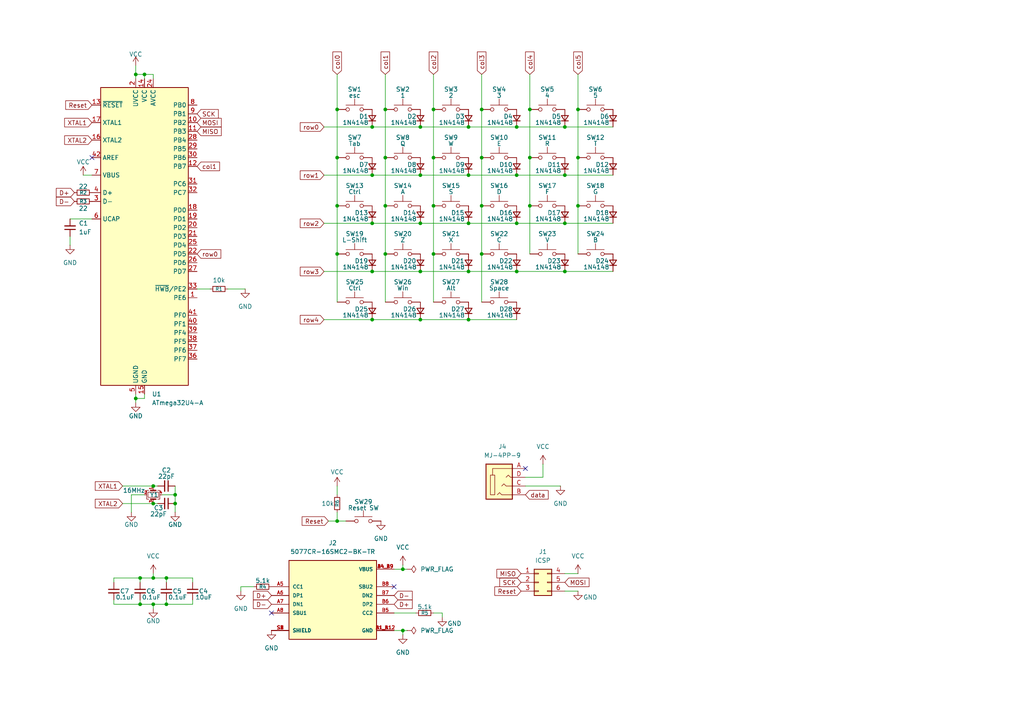
<source format=kicad_sch>
(kicad_sch (version 20250114) (generator "eeschema") (generator_version "9.0")
  (paper "A4")
  (lib_symbols
    (symbol "5077CR-16SMC2-BK-TR:5077CR-16SMC2-BK-TR" (pin_names (offset 1.016))
      (property "Reference" "J" (at -12.7 10.922 0))
      (property "Value" "5077CR-16SMC2-BK-TR" (at -12.7 -15.24 0))
      (symbol "5077CR-16SMC2-BK-TR_0_0"
        (rectangle (start -12.7 -12.7) (end 12.7 10.16) (stroke (width 0.254)) (fill (type background)))
        (pin passive line (at -17.78 2.54 0) (length 5.08) (name "CC1") (number "A5"))
        (pin passive line (at -17.78 0 0) (length 5.08) (name "DP1") (number "A6"))
        (pin passive line (at -17.78 -2.54 0) (length 5.08) (name "DN1") (number "A7"))
        (pin passive line (at -17.78 -5.08 0) (length 5.08) (name "SBU1") (number "A8"))
        (pin passive line (at -17.78 -10.16 0) (length 5.08) (name "SHIELD") (number "S1"))
        (pin passive line (at -17.78 -10.16 0) (length 5.08) (name "SHIELD") (number "S2"))
        (pin passive line (at -17.78 -10.16 0) (length 5.08) (name "SHIELD") (number "S3"))
        (pin passive line (at -17.78 -10.16 0) (length 5.08) (name "SHIELD") (number "S4"))
        (pin power_in line (at 17.78 7.62 180) (length 5.08) (name "VBUS") (number "A4_B9"))
        (pin power_in line (at 17.78 7.62 180) (length 5.08) (name "VBUS") (number "B4_A9"))
        (pin passive line (at 17.78 2.54 180) (length 5.08) (name "SBU2") (number "B8"))
        (pin passive line (at 17.78 0 180) (length 5.08) (name "DN2") (number "B7"))
        (pin passive line (at 17.78 -2.54 180) (length 5.08) (name "DP2") (number "B6"))
        (pin passive line (at 17.78 -5.08 180) (length 5.08) (name "CC2") (number "B5"))
        (pin power_in line (at 17.78 -10.16 180) (length 5.08) (name "GND") (number "A1_B12"))
        (pin power_in line (at 17.78 -10.16 180) (length 5.08) (name "GND") (number "B1_A12"))
      )
    )
    (symbol "Connector_Generic:Conn_02x03_Top_Bottom" (pin_names (offset 1.016) (hide yes))
      (property "Reference" "J" (at 1.27 5.08 0))
      (property "Value" "Conn_02x03_Top_Bottom" (at 1.27 -5.08 0))
      (symbol "Conn_02x03_Top_Bottom_1_1"
        (rectangle (start -1.27 3.81) (end 3.81 -3.81) (stroke (width 0.254)) (fill (type background)))
        (rectangle (start -1.27 2.667) (end 0 2.413) (stroke (width 0.1524)))
        (rectangle (start -1.27 0.127) (end 0 -0.127) (stroke (width 0.1524)))
        (rectangle (start -1.27 -2.413) (end 0 -2.667) (stroke (width 0.1524)))
        (rectangle (start 3.81 2.667) (end 2.54 2.413) (stroke (width 0.1524)))
        (rectangle (start 3.81 0.127) (end 2.54 -0.127) (stroke (width 0.1524)))
        (rectangle (start 3.81 -2.413) (end 2.54 -2.667) (stroke (width 0.1524)))
        (pin passive line (at -5.08 2.54 0) (length 3.81) (name "Pin_1") (number "1"))
        (pin passive line (at -5.08 0 0) (length 3.81) (name "Pin_2") (number "2"))
        (pin passive line (at -5.08 -2.54 0) (length 3.81) (name "Pin_3") (number "3"))
        (pin passive line (at 7.62 2.54 180) (length 3.81) (name "Pin_4") (number "4"))
        (pin passive line (at 7.62 0 180) (length 3.81) (name "Pin_5") (number "5"))
        (pin passive line (at 7.62 -2.54 180) (length 3.81) (name "Pin_6") (number "6"))
      )
    )
    (symbol "Device:C_Small" (pin_numbers (hide yes)) (pin_names (offset 0.254) (hide yes))
      (property "Reference" "C" (at 0.254 1.778 0))
      (property "Value" "C_Small" (at 0.254 -2.032 0))
      (symbol "C_Small_0_1"
        (polyline (pts (xy -1.524 0.508) (xy 1.524 0.508)) (stroke (width 0.3048)))
        (polyline (pts (xy -1.524 -0.508) (xy 1.524 -0.508)) (stroke (width 0.3302)))
      )
      (symbol "C_Small_1_1"
        (pin passive line (at 0 2.54 270) (length 2.032) (name "~") (number "1"))
        (pin passive line (at 0 -2.54 90) (length 2.032) (name "~") (number "2"))
      )
    )
    (symbol "Device:Crystal_GND24_Small" (pin_names (offset 1.016) (hide yes))
      (property "Reference" "Y" (at 1.27 4.445 0))
      (property "Value" "Crystal_GND24_Small" (at 1.27 2.54 0))
      (symbol "Crystal_GND24_Small_0_1"
        (polyline (pts (xy -1.27 1.27) (xy -1.27 1.905) (xy 1.27 1.905) (xy 1.27 1.27)))
        (polyline (pts (xy -1.27 -0.762) (xy -1.27 0.762)) (stroke (width 0.381)))
        (polyline (pts (xy -1.27 -1.27) (xy -1.27 -1.905) (xy 1.27 -1.905) (xy 1.27 -1.27)))
        (rectangle (start -0.762 -1.524) (end 0.762 1.524))
        (polyline (pts (xy 1.27 -0.762) (xy 1.27 0.762)) (stroke (width 0.381)))
      )
      (symbol "Crystal_GND24_Small_1_1"
        (pin passive line (at -2.54 0 0) (length 1.27) (name "1") (number "1"))
        (pin passive line (at 0 2.54 270) (length 0.635) (name "4") (number "4"))
        (pin passive line (at 0 -2.54 90) (length 0.635) (name "2") (number "2"))
        (pin passive line (at 2.54 0 180) (length 1.27) (name "3") (number "3"))
      )
    )
    (symbol "Device:D_Small" (pin_numbers (hide yes)) (pin_names (offset 0.254) (hide yes))
      (property "Reference" "D" (at -1.27 2.032 0))
      (property "Value" "D_Small" (at -3.81 -2.032 0))
      (symbol "D_Small_0_1"
        (polyline (pts (xy -0.762 0) (xy 0.762 0)))
        (polyline (pts (xy -0.762 -1.016) (xy -0.762 1.016)) (stroke (width 0.254)))
        (polyline (pts (xy 0.762 -1.016) (xy -0.762 0) (xy 0.762 1.016) (xy 0.762 -1.016)) (stroke (width 0.254)))
      )
      (symbol "D_Small_1_1"
        (pin passive line (at -2.54 0 0) (length 1.778) (name "K") (number "1"))
        (pin passive line (at 2.54 0 180) (length 1.778) (name "A") (number "2"))
      )
    )
    (symbol "Device:R_Small" (pin_numbers (hide yes)) (pin_names (offset 0.254) (hide yes))
      (property "Reference" "R" (at 0 0 90))
      (property "Value" "R_Small" (at 1.778 0 90))
      (symbol "R_Small_0_1"
        (rectangle (start -0.762 1.778) (end 0.762 -1.778) (stroke (width 0.2032)))
      )
      (symbol "R_Small_1_1"
        (pin passive line (at 0 2.54 270) (length 0.762) (name "~") (number "1"))
        (pin passive line (at 0 -2.54 90) (length 0.762) (name "~") (number "2"))
      )
    )
    (symbol "MCU_Microchip_ATmega:ATmega32U4-A"
      (property "Reference" "U" (at -12.7 44.45 0))
      (property "Value" "ATmega32U4-A" (at 2.54 -44.45 0))
      (symbol "ATmega32U4-A_0_1"
        (rectangle (start -12.7 -43.18) (end 12.7 43.18) (stroke (width 0.254)) (fill (type background)))
      )
      (symbol "ATmega32U4-A_1_1"
        (pin input line (at -15.24 38.1 0) (length 2.54) (name "~{RESET}") (number "13"))
        (pin input line (at -15.24 33.02 0) (length 2.54) (name "XTAL1") (number "17"))
        (pin output line (at -15.24 27.94 0) (length 2.54) (name "XTAL2") (number "16"))
        (pin passive line (at -15.24 22.86 0) (length 2.54) (name "AREF") (number "42"))
        (pin input line (at -15.24 17.78 0) (length 2.54) (name "VBUS") (number "7"))
        (pin bidirectional line (at -15.24 12.7 0) (length 2.54) (name "D+") (number "4"))
        (pin bidirectional line (at -15.24 10.16 0) (length 2.54) (name "D-") (number "3"))
        (pin passive line (at -15.24 5.08 0) (length 2.54) (name "UCAP") (number "6"))
        (pin power_in line (at -2.54 45.72 270) (length 2.54) (name "UVCC") (number "2"))
        (pin passive line (at -2.54 -45.72 90) (length 2.54) (name "UGND") (number "5"))
        (pin power_in line (at 0 45.72 270) (length 2.54) (name "VCC") (number "14"))
        (pin passive line (at 0 45.72 270) (length 2.54) (hide yes) (name "VCC") (number "34"))
        (pin power_in line (at 0 -45.72 90) (length 2.54) (name "GND") (number "15"))
        (pin passive line (at 0 -45.72 90) (length 2.54) (hide yes) (name "GND") (number "23"))
        (pin passive line (at 0 -45.72 90) (length 2.54) (hide yes) (name "GND") (number "35"))
        (pin passive line (at 0 -45.72 90) (length 2.54) (hide yes) (name "GND") (number "43"))
        (pin power_in line (at 2.54 45.72 270) (length 2.54) (name "AVCC") (number "24"))
        (pin passive line (at 2.54 45.72 270) (length 2.54) (hide yes) (name "AVCC") (number "44"))
        (pin bidirectional line (at 15.24 38.1 180) (length 2.54) (name "PB0") (number "8"))
        (pin bidirectional line (at 15.24 35.56 180) (length 2.54) (name "PB1") (number "9"))
        (pin bidirectional line (at 15.24 33.02 180) (length 2.54) (name "PB2") (number "10"))
        (pin bidirectional line (at 15.24 30.48 180) (length 2.54) (name "PB3") (number "11"))
        (pin bidirectional line (at 15.24 27.94 180) (length 2.54) (name "PB4") (number "28"))
        (pin bidirectional line (at 15.24 25.4 180) (length 2.54) (name "PB5") (number "29"))
        (pin bidirectional line (at 15.24 22.86 180) (length 2.54) (name "PB6") (number "30"))
        (pin bidirectional line (at 15.24 20.32 180) (length 2.54) (name "PB7") (number "12"))
        (pin bidirectional line (at 15.24 15.24 180) (length 2.54) (name "PC6") (number "31"))
        (pin bidirectional line (at 15.24 12.7 180) (length 2.54) (name "PC7") (number "32"))
        (pin bidirectional line (at 15.24 7.62 180) (length 2.54) (name "PD0") (number "18"))
        (pin bidirectional line (at 15.24 5.08 180) (length 2.54) (name "PD1") (number "19"))
        (pin bidirectional line (at 15.24 2.54 180) (length 2.54) (name "PD2") (number "20"))
        (pin bidirectional line (at 15.24 0 180) (length 2.54) (name "PD3") (number "21"))
        (pin bidirectional line (at 15.24 -2.54 180) (length 2.54) (name "PD4") (number "25"))
        (pin bidirectional line (at 15.24 -5.08 180) (length 2.54) (name "PD5") (number "22"))
        (pin bidirectional line (at 15.24 -7.62 180) (length 2.54) (name "PD6") (number "26"))
        (pin bidirectional line (at 15.24 -10.16 180) (length 2.54) (name "PD7") (number "27"))
        (pin bidirectional line (at 15.24 -15.24 180) (length 2.54) (name "~{HWB}/PE2") (number "33"))
        (pin bidirectional line (at 15.24 -17.78 180) (length 2.54) (name "PE6") (number "1"))
        (pin bidirectional line (at 15.24 -22.86 180) (length 2.54) (name "PF0") (number "41"))
        (pin bidirectional line (at 15.24 -25.4 180) (length 2.54) (name "PF1") (number "40"))
        (pin bidirectional line (at 15.24 -27.94 180) (length 2.54) (name "PF4") (number "39"))
        (pin bidirectional line (at 15.24 -30.48 180) (length 2.54) (name "PF5") (number "38"))
        (pin bidirectional line (at 15.24 -33.02 180) (length 2.54) (name "PF6") (number "37"))
        (pin bidirectional line (at 15.24 -35.56 180) (length 2.54) (name "PF7") (number "36"))
      )
    )
    (symbol "Switch:SW_Push" (pin_numbers (hide yes)) (pin_names (offset 1.016) (hide yes))
      (property "Reference" "SW" (at 1.27 2.54 0))
      (property "Value" "SW_Push" (at 0 -1.524 0))
      (symbol "SW_Push_0_1"
        (circle (center -2.032 0) (radius 0.508))
        (polyline (pts (xy 0 1.27) (xy 0 3.048)))
        (circle (center 2.032 0) (radius 0.508))
        (polyline (pts (xy 2.54 1.27) (xy -2.54 1.27)))
        (pin passive line (at -5.08 0 0) (length 2.54) (name "1") (number "1"))
        (pin passive line (at 5.08 0 180) (length 2.54) (name "2") (number "2"))
      )
    )
    (symbol "kbd:MJ-4PP-9" (pin_names (offset 1.016))
      (property "Reference" "J" (at 0 6.096 0))
      (property "Value" "MJ-4PP-9" (at 0 -6.35 0))
      (symbol "MJ-4PP-9_0_1"
        (rectangle (start -5.08 5.08) (end 2.54 -5.08) (stroke (width 0.3048)) (fill (type background)))
        (rectangle (start -3.81 1.905) (end -2.54 -3.81))
        (polyline (pts (xy -3.175 1.905) (xy -3.175 3.81) (xy 2.54 3.81)))
        (polyline (pts (xy -1.8034 -3.81) (xy -1.1684 -3.175) (xy -0.5334 -3.81) (xy 2.6416 -3.81)))
        (polyline (pts (xy -0.5334 -1.27) (xy 0.1016 -0.635) (xy 0.7366 -1.27) (xy 2.6416 -1.27)))
        (polyline (pts (xy 0.7366 1.27) (xy 1.3716 1.905) (xy 2.0066 1.27) (xy 2.6416 1.27)))
      )
      (symbol "MJ-4PP-9_1_1"
        (pin input line (at 6.35 3.81 180) (length 3.81) (name "~") (number "A"))
        (pin input line (at 6.35 1.27 180) (length 3.81) (name "~") (number "D"))
        (pin input line (at 6.35 -1.27 180) (length 3.81) (name "~") (number "C"))
        (pin input line (at 6.35 -3.81 180) (length 3.81) (name "~") (number "B"))
      )
    )
    (symbol "power:GND" (power) (pin_numbers (hide yes)) (pin_names (offset 0) (hide yes))
      (property "Value" "GND" (at 0 -3.81 0))
      (symbol "GND_0_1"
        (polyline (pts (xy 0 0) (xy 0 -1.27) (xy 1.27 -1.27) (xy 0 -2.54) (xy -1.27 -1.27) (xy 0 -1.27)))
      )
      (symbol "GND_1_1"
        (pin power_in line (at 0 0 270) (length 0) (name "~") (number "1"))
      )
    )
    (symbol "power:PWR_FLAG" (power) (pin_numbers (hide yes)) (pin_names (offset 0) (hide yes))
      (property "Value" "PWR_FLAG" (at 0 3.81 0))
      (symbol "PWR_FLAG_0_0"
        (pin power_out line (at 0 0 90) (length 0) (name "~") (number "1"))
      )
      (symbol "PWR_FLAG_0_1"
        (polyline (pts (xy 0 0) (xy 0 1.27) (xy -1.016 1.905) (xy 0 2.54) (xy 1.016 1.905) (xy 0 1.27)))
      )
    )
    (symbol "power:VCC" (power) (pin_numbers (hide yes)) (pin_names (offset 0) (hide yes))
      (property "Value" "VCC" (at 0 3.556 0))
      (symbol "VCC_0_1"
        (polyline (pts (xy -0.762 1.27) (xy 0 2.54)))
        (polyline (pts (xy 0 2.54) (xy 0.762 1.27)))
        (polyline (pts (xy 0 0) (xy 0 2.54)))
      )
      (symbol "VCC_1_1"
        (pin power_in line (at 0 0 90) (length 0) (name "~") (number "1"))
      )
    )
  )
  (junction (at 121.92 64.77))
  (junction (at 153.67 45.72))
  (junction (at 41.91 21.59))
  (junction (at 121.92 92.71))
  (junction (at 163.83 78.74))
  (junction (at 121.92 78.74))
  (junction (at 97.79 151.13))
  (junction (at 116.84 165.1))
  (junction (at 50.8 143.51))
  (junction (at 121.92 36.83))
  (junction (at 163.83 50.8))
  (junction (at 44.45 140.97))
  (junction (at 167.64 45.72))
  (junction (at 135.89 50.8))
  (junction (at 107.95 92.71))
  (junction (at 48.26 167.64))
  (junction (at 40.64 167.64))
  (junction (at 135.89 64.77))
  (junction (at 48.26 175.26))
  (junction (at 135.89 78.74))
  (junction (at 149.86 50.8))
  (junction (at 107.95 78.74))
  (junction (at 135.89 36.83))
  (junction (at 149.86 64.77))
  (junction (at 153.67 31.75))
  (junction (at 111.76 45.72))
  (junction (at 149.86 78.74))
  (junction (at 125.73 73.66))
  (junction (at 139.7 31.75))
  (junction (at 139.7 59.69))
  (junction (at 97.79 45.72))
  (junction (at 125.73 45.72))
  (junction (at 125.73 59.69))
  (junction (at 97.79 59.69))
  (junction (at 163.83 64.77))
  (junction (at 153.67 59.69))
  (junction (at 39.37 21.59))
  (junction (at 116.84 182.88))
  (junction (at 121.92 50.8))
  (junction (at 111.76 59.69))
  (junction (at 111.76 73.66))
  (junction (at 107.95 64.77))
  (junction (at 44.45 146.05))
  (junction (at 125.73 31.75))
  (junction (at 163.83 36.83))
  (junction (at 50.8 146.05))
  (junction (at 107.95 50.8))
  (junction (at 40.64 175.26))
  (junction (at 167.64 59.69))
  (junction (at 139.7 73.66))
  (junction (at 39.37 115.57))
  (junction (at 111.76 31.75))
  (junction (at 139.7 45.72))
  (junction (at 97.79 31.75))
  (junction (at 149.86 36.83))
  (junction (at 44.45 175.26))
  (junction (at 135.89 92.71))
  (junction (at 97.79 73.66))
  (junction (at 167.64 31.75))
  (junction (at 107.95 36.83))
  (junction (at 44.45 167.64))
  (no_connect (at 152.4 135.89))
  (no_connect (at 26.67 45.72))
  (no_connect (at 114.3 170.18))
  (no_connect (at 78.74 177.8))
  (wire (pts (xy 116.84 165.1) (xy 114.3 165.1)))
  (wire (pts (xy 107.95 92.71) (xy 121.92 92.71)))
  (wire (pts (xy 121.92 50.8) (xy 135.89 50.8)))
  (wire (pts (xy 116.84 182.88) (xy 118.11 182.88)))
  (wire (pts (xy 97.79 151.13) (xy 100.33 151.13)))
  (wire (pts (xy 50.8 143.51) (xy 50.8 146.05)))
  (wire (pts (xy 24.13 50.8) (xy 26.67 50.8)))
  (wire (pts (xy 116.84 163.83) (xy 116.84 165.1)))
  (wire (pts (xy 38.1 148.59) (xy 38.1 143.51)))
  (wire (pts (xy 44.45 175.26) (xy 44.45 176.53)))
  (wire (pts (xy 69.85 170.18) (xy 73.66 170.18)))
  (wire (pts (xy 93.98 50.8) (xy 107.95 50.8)))
  (wire (pts (xy 50.8 146.05) (xy 50.8 148.59)))
  (wire (pts (xy 38.1 143.51) (xy 41.91 143.51)))
  (wire (pts (xy 163.83 50.8) (xy 177.8 50.8)))
  (wire (pts (xy 55.88 167.64) (xy 48.26 167.64)))
  (wire (pts (xy 125.73 45.72) (xy 125.73 59.69)))
  (wire (pts (xy 121.92 92.71) (xy 135.89 92.71)))
  (wire (pts (xy 107.95 78.74) (xy 121.92 78.74)))
  (wire (pts (xy 135.89 92.71) (xy 149.86 92.71)))
  (wire (pts (xy 153.67 59.69) (xy 153.67 73.66)))
  (wire (pts (xy 149.86 50.8) (xy 163.83 50.8)))
  (wire (pts (xy 20.32 63.5) (xy 26.67 63.5)))
  (wire (pts (xy 93.98 64.77) (xy 107.95 64.77)))
  (wire (pts (xy 111.76 73.66) (xy 111.76 87.63)))
  (wire (pts (xy 50.8 140.97) (xy 50.8 143.51)))
  (wire (pts (xy 95.25 151.13) (xy 97.79 151.13)))
  (wire (pts (xy 44.45 22.86) (xy 44.45 21.59)))
  (wire (pts (xy 125.73 73.66) (xy 125.73 87.63)))
  (wire (pts (xy 111.76 59.69) (xy 111.76 73.66)))
  (wire (pts (xy 33.02 173.99) (xy 33.02 175.26)))
  (wire (pts (xy 139.7 59.69) (xy 139.7 73.66)))
  (wire (pts (xy 44.45 146.05) (xy 45.72 146.05)))
  (wire (pts (xy 44.45 21.59) (xy 41.91 21.59)))
  (wire (pts (xy 40.64 167.64) (xy 40.64 168.91)))
  (wire (pts (xy 157.48 134.62) (xy 157.48 138.43)))
  (wire (pts (xy 107.95 50.8) (xy 121.92 50.8)))
  (wire (pts (xy 116.84 182.88) (xy 114.3 182.88)))
  (wire (pts (xy 125.73 59.69) (xy 125.73 73.66)))
  (wire (pts (xy 33.02 167.64) (xy 40.64 167.64)))
  (wire (pts (xy 149.86 64.77) (xy 163.83 64.77)))
  (wire (pts (xy 121.92 36.83) (xy 135.89 36.83)))
  (wire (pts (xy 39.37 115.57) (xy 39.37 116.84)))
  (wire (pts (xy 153.67 21.59) (xy 153.67 31.75)))
  (wire (pts (xy 163.83 78.74) (xy 177.8 78.74)))
  (wire (pts (xy 167.64 21.59) (xy 167.64 31.75)))
  (wire (pts (xy 93.98 36.83) (xy 107.95 36.83)))
  (wire (pts (xy 39.37 21.59) (xy 39.37 22.86)))
  (wire (pts (xy 41.91 21.59) (xy 39.37 21.59)))
  (wire (pts (xy 135.89 78.74) (xy 149.86 78.74)))
  (wire (pts (xy 97.79 21.59) (xy 97.79 31.75)))
  (wire (pts (xy 97.79 148.59) (xy 97.79 151.13)))
  (wire (pts (xy 97.79 31.75) (xy 97.79 45.72)))
  (wire (pts (xy 39.37 114.3) (xy 39.37 115.57)))
  (wire (pts (xy 163.83 166.37) (xy 167.64 166.37)))
  (wire (pts (xy 48.26 168.91) (xy 48.26 167.64)))
  (wire (pts (xy 149.86 36.83) (xy 163.83 36.83)))
  (wire (pts (xy 135.89 36.83) (xy 149.86 36.83)))
  (wire (pts (xy 40.64 175.26) (xy 40.64 173.99)))
  (wire (pts (xy 116.84 184.15) (xy 116.84 182.88)))
  (wire (pts (xy 35.56 140.97) (xy 44.45 140.97)))
  (wire (pts (xy 152.4 140.97) (xy 162.56 140.97)))
  (wire (pts (xy 107.95 36.83) (xy 121.92 36.83)))
  (wire (pts (xy 33.02 168.91) (xy 33.02 167.64)))
  (wire (pts (xy 20.32 68.58) (xy 20.32 71.12)))
  (wire (pts (xy 39.37 19.05) (xy 39.37 21.59)))
  (wire (pts (xy 111.76 21.59) (xy 111.76 31.75)))
  (wire (pts (xy 44.45 166.37) (xy 44.45 167.64)))
  (wire (pts (xy 93.98 78.74) (xy 107.95 78.74)))
  (wire (pts (xy 167.64 59.69) (xy 167.64 73.66)))
  (wire (pts (xy 48.26 167.64) (xy 44.45 167.64)))
  (wire (pts (xy 114.3 177.8) (xy 120.65 177.8)))
  (wire (pts (xy 33.02 175.26) (xy 40.64 175.26)))
  (wire (pts (xy 69.85 171.45) (xy 69.85 170.18)))
  (wire (pts (xy 121.92 78.74) (xy 135.89 78.74)))
  (wire (pts (xy 111.76 45.72) (xy 111.76 59.69)))
  (wire (pts (xy 152.4 138.43) (xy 157.48 138.43)))
  (wire (pts (xy 48.26 173.99) (xy 48.26 175.26)))
  (wire (pts (xy 44.45 140.97) (xy 45.72 140.97)))
  (wire (pts (xy 40.64 175.26) (xy 44.45 175.26)))
  (wire (pts (xy 66.04 83.82) (xy 71.12 83.82)))
  (wire (pts (xy 167.64 31.75) (xy 167.64 45.72)))
  (wire (pts (xy 149.86 78.74) (xy 163.83 78.74)))
  (wire (pts (xy 139.7 21.59) (xy 139.7 31.75)))
  (wire (pts (xy 46.99 143.51) (xy 50.8 143.51)))
  (wire (pts (xy 55.88 168.91) (xy 55.88 167.64)))
  (wire (pts (xy 35.56 146.05) (xy 44.45 146.05)))
  (wire (pts (xy 97.79 73.66) (xy 97.79 87.63)))
  (wire (pts (xy 125.73 31.75) (xy 125.73 45.72)))
  (wire (pts (xy 128.27 179.07) (xy 128.27 177.8)))
  (wire (pts (xy 41.91 115.57) (xy 39.37 115.57)))
  (wire (pts (xy 97.79 140.97) (xy 97.79 143.51)))
  (wire (pts (xy 41.91 114.3) (xy 41.91 115.57)))
  (wire (pts (xy 55.88 175.26) (xy 48.26 175.26)))
  (wire (pts (xy 93.98 92.71) (xy 107.95 92.71)))
  (wire (pts (xy 163.83 171.45) (xy 167.64 171.45)))
  (wire (pts (xy 139.7 45.72) (xy 139.7 59.69)))
  (wire (pts (xy 135.89 50.8) (xy 149.86 50.8)))
  (wire (pts (xy 139.7 31.75) (xy 139.7 45.72)))
  (wire (pts (xy 125.73 21.59) (xy 125.73 31.75)))
  (wire (pts (xy 44.45 175.26) (xy 48.26 175.26)))
  (wire (pts (xy 41.91 22.86) (xy 41.91 21.59)))
  (wire (pts (xy 111.76 31.75) (xy 111.76 45.72)))
  (wire (pts (xy 44.45 167.64) (xy 40.64 167.64)))
  (wire (pts (xy 163.83 36.83) (xy 177.8 36.83)))
  (wire (pts (xy 153.67 31.75) (xy 153.67 45.72)))
  (wire (pts (xy 107.95 64.77) (xy 121.92 64.77)))
  (wire (pts (xy 163.83 64.77) (xy 177.8 64.77)))
  (wire (pts (xy 97.79 45.72) (xy 97.79 59.69)))
  (wire (pts (xy 153.67 45.72) (xy 153.67 59.69)))
  (wire (pts (xy 167.64 45.72) (xy 167.64 59.69)))
  (wire (pts (xy 128.27 177.8) (xy 125.73 177.8)))
  (wire (pts (xy 116.84 165.1) (xy 118.11 165.1)))
  (wire (pts (xy 55.88 173.99) (xy 55.88 175.26)))
  (wire (pts (xy 135.89 64.77) (xy 149.86 64.77)))
  (wire (pts (xy 139.7 73.66) (xy 139.7 87.63)))
  (wire (pts (xy 97.79 59.69) (xy 97.79 73.66)))
  (wire (pts (xy 57.15 83.82) (xy 60.96 83.82)))
  (wire (pts (xy 121.92 64.77) (xy 135.89 64.77)))
  (global_label "XTAL2" (shape input) (at 26.67 40.64 180) (property "Intersheetrefs" "${INTERSHEET_REFS}" (effects (hide yes))))
  (global_label "row2" (shape input) (at 93.98 64.77 180) (property "Intersheetrefs" "${INTERSHEET_REFS}" (effects (hide yes))))
  (global_label "SCK" (shape input) (at 151.13 168.91 180) (property "Intersheetrefs" "${INTERSHEET_REFS}" (effects (hide yes))))
  (global_label "Reset" (shape input) (at 95.25 151.13 180) (property "Intersheetrefs" "${INTERSHEET_REFS}" (effects (hide yes))))
  (global_label "row3" (shape input) (at 93.98 78.74 180) (property "Intersheetrefs" "${INTERSHEET_REFS}" (effects (hide yes))))
  (global_label "D+" (shape input) (at 21.59 55.88 180) (property "Intersheetrefs" "${INTERSHEET_REFS}" (effects (hide yes))))
  (global_label "MISO" (shape input) (at 151.13 166.37 180) (property "Intersheetrefs" "${INTERSHEET_REFS}" (effects (hide yes))))
  (global_label "XTAL1" (shape input) (at 26.67 35.56 180) (property "Intersheetrefs" "${INTERSHEET_REFS}" (effects (hide yes))))
  (global_label "MOSI" (shape input) (at 163.83 168.91 0) (property "Intersheetrefs" "${INTERSHEET_REFS}" (effects (hide yes))))
  (global_label "col3" (shape input) (at 139.7 21.59 90) (property "Intersheetrefs" "${INTERSHEET_REFS}" (effects (hide yes))))
  (global_label "SCK" (shape input) (at 57.15 33.02 0) (property "Intersheetrefs" "${INTERSHEET_REFS}" (effects (hide yes))))
  (global_label "D-" (shape input) (at 114.3 172.72 0) (property "Intersheetrefs" "${INTERSHEET_REFS}" (effects (hide yes))))
  (global_label "Reset" (shape input) (at 26.67 30.48 180) (property "Intersheetrefs" "${INTERSHEET_REFS}" (effects (hide yes))))
  (global_label "Reset" (shape input) (at 151.13 171.45 180) (property "Intersheetrefs" "${INTERSHEET_REFS}" (effects (hide yes))))
  (global_label "col4" (shape input) (at 153.67 21.59 90) (property "Intersheetrefs" "${INTERSHEET_REFS}" (effects (hide yes))))
  (global_label "D+" (shape input) (at 78.74 172.72 180) (property "Intersheetrefs" "${INTERSHEET_REFS}" (effects (hide yes))))
  (global_label "D-" (shape input) (at 78.74 175.26 180) (property "Intersheetrefs" "${INTERSHEET_REFS}" (effects (hide yes))))
  (global_label "MOSI" (shape input) (at 57.15 35.56 0) (property "Intersheetrefs" "${INTERSHEET_REFS}" (effects (hide yes))))
  (global_label "col1" (shape input) (at 57.15 48.26 0) (property "Intersheetrefs" "${INTERSHEET_REFS}" (effects (hide yes))))
  (global_label "col1" (shape input) (at 111.76 21.59 90) (property "Intersheetrefs" "${INTERSHEET_REFS}" (effects (hide yes))))
  (global_label "XTAL1" (shape input) (at 35.56 140.97 180) (property "Intersheetrefs" "${INTERSHEET_REFS}" (effects (hide yes))))
  (global_label "D+" (shape input) (at 114.3 175.26 0) (property "Intersheetrefs" "${INTERSHEET_REFS}" (effects (hide yes))))
  (global_label "col2" (shape input) (at 125.73 21.59 90) (property "Intersheetrefs" "${INTERSHEET_REFS}" (effects (hide yes))))
  (global_label "XTAL2" (shape input) (at 35.56 146.05 180) (property "Intersheetrefs" "${INTERSHEET_REFS}" (effects (hide yes))))
  (global_label "col5" (shape input) (at 167.64 21.59 90) (property "Intersheetrefs" "${INTERSHEET_REFS}" (effects (hide yes))))
  (global_label "data" (shape input) (at 152.4 143.51 0) (property "Intersheetrefs" "${INTERSHEET_REFS}" (effects (hide yes))))
  (global_label "row1" (shape input) (at 93.98 50.8 180) (property "Intersheetrefs" "${INTERSHEET_REFS}" (effects (hide yes))))
  (global_label "row4" (shape input) (at 93.98 92.71 180) (property "Intersheetrefs" "${INTERSHEET_REFS}" (effects (hide yes))))
  (global_label "row0" (shape input) (at 93.98 36.83 180) (property "Intersheetrefs" "${INTERSHEET_REFS}" (effects (hide yes))))
  (global_label "col0" (shape input) (at 97.79 21.59 90) (property "Intersheetrefs" "${INTERSHEET_REFS}" (effects (hide yes))))
  (global_label "row0" (shape input) (at 57.15 73.66 0) (property "Intersheetrefs" "${INTERSHEET_REFS}" (effects (hide yes))))
  (global_label "D-" (shape input) (at 21.59 58.42 180) (property "Intersheetrefs" "${INTERSHEET_REFS}" (effects (hide yes))))
  (global_label "MISO" (shape input) (at 57.15 38.1 0) (property "Intersheetrefs" "${INTERSHEET_REFS}" (effects (hide yes))))
  (symbol (lib_id "Device:D_Small") (at 135.89 62.23 90) (unit 1)
    (property "Reference" "D15" (at 130.81 61.722 90) (effects (justify right)))
    (property "Value" "1N4148" (at 127.254 63.5 90) (effects (justify right)))
    (property "Footprint" "others:D3_TH_SMD" (effects (hide yes)))
    (property "Description" "Diode, small symbol" (effects (hide yes)))
    (property "Sim.Device" "D" (effects (hide yes)))
    (property "Sim.Pins" "1=K 2=A" (effects (hide yes)))
  )
  (symbol (lib_id "power:PWR_FLAG") (at 118.11 182.88 270) (unit 1)
    (property "Reference" "#FLG04" (effects (hide yes)))
    (property "Value" "PWR_FLAG" (at 121.92 182.8799 90) (effects (justify left)))
    (property "Description" "Special symbol for telling ERC where power comes from" (effects (hide yes)))
  )
  (symbol (lib_id "Switch:SW_Push") (at 130.81 31.75 0) (unit 1)
    (property "Reference" "SW3" (at 130.81 25.908 0))
    (property "Value" "2" (at 130.81 27.686 0))
    (property "Description" "Push button switch, generic, two pins" (effects (hide yes)))
  )
  (symbol (lib_id "Device:D_Small") (at 177.8 48.26 90) (unit 1)
    (property "Reference" "D12" (at 172.72 47.752 90) (effects (justify right)))
    (property "Value" "1N4148" (at 169.164 49.53 90) (effects (justify right)))
    (property "Footprint" "others:D3_TH_SMD" (effects (hide yes)))
    (property "Description" "Diode, small symbol" (effects (hide yes)))
    (property "Sim.Device" "D" (effects (hide yes)))
    (property "Sim.Pins" "1=K 2=A" (effects (hide yes)))
  )
  (symbol (lib_id "Switch:SW_Push") (at 130.81 73.66 0) (unit 1)
    (property "Reference" "SW21" (at 130.81 67.818 0))
    (property "Value" "X" (at 130.81 69.596 0))
    (property "Description" "Push button switch, generic, two pins" (effects (hide yes)))
  )
  (symbol (lib_id "Switch:SW_Push") (at 116.84 31.75 0) (unit 1)
    (property "Reference" "SW2" (at 116.84 25.908 0))
    (property "Value" "1" (at 116.84 27.686 0))
    (property "Description" "Push button switch, generic, two pins" (effects (hide yes)))
  )
  (symbol (lib_id "power:GND") (at 110.49 151.13 0) (unit 1)
    (property "Reference" "#PWR06" (effects (hide yes)))
    (property "Value" "GND" (at 110.49 156.21 0))
    (property "Description" "Power symbol creates a global label with name \"GND\" , ground" (effects (hide yes)))
  )
  (symbol (lib_id "Switch:SW_Push") (at 158.75 31.75 0) (unit 1)
    (property "Reference" "SW5" (at 158.75 25.908 0))
    (property "Value" "4" (at 158.75 27.686 0))
    (property "Description" "Push button switch, generic, two pins" (effects (hide yes)))
  )
  (symbol (lib_id "Device:D_Small") (at 163.83 76.2 90) (unit 1)
    (property "Reference" "D23" (at 158.75 75.692 90) (effects (justify right)))
    (property "Value" "1N4148" (at 155.194 77.47 90) (effects (justify right)))
    (property "Footprint" "others:D3_TH_SMD" (effects (hide yes)))
    (property "Description" "Diode, small symbol" (effects (hide yes)))
    (property "Sim.Device" "D" (effects (hide yes)))
    (property "Sim.Pins" "1=K 2=A" (effects (hide yes)))
  )
  (symbol (lib_id "Device:D_Small") (at 163.83 34.29 90) (unit 1)
    (property "Reference" "D5" (at 160.02 33.782 90) (effects (justify right)))
    (property "Value" "1N4148" (at 155.194 35.56 90) (effects (justify right)))
    (property "Footprint" "others:D3_TH_SMD" (effects (hide yes)))
    (property "Description" "Diode, small symbol" (effects (hide yes)))
    (property "Sim.Device" "D" (effects (hide yes)))
    (property "Sim.Pins" "1=K 2=A" (effects (hide yes)))
  )
  (symbol (lib_id "Device:D_Small") (at 121.92 48.26 90) (unit 1)
    (property "Reference" "D8" (at 118.11 47.752 90) (effects (justify right)))
    (property "Value" "1N4148" (at 113.284 49.53 90) (effects (justify right)))
    (property "Footprint" "others:D3_TH_SMD" (effects (hide yes)))
    (property "Description" "Diode, small symbol" (effects (hide yes)))
    (property "Sim.Device" "D" (effects (hide yes)))
    (property "Sim.Pins" "1=K 2=A" (effects (hide yes)))
  )
  (symbol (lib_id "Device:Crystal_GND24_Small") (at 44.45 143.51 270) (unit 1)
    (property "Reference" "Y1" (at 44.704 143.51 90))
    (property "Value" "16MHz" (at 38.862 142.24 90))
    (property "Footprint" "Crystal:Crystal_SMD_3225-4Pin_3.2x2.5mm" (effects (hide yes)))
    (property "Description" "Four pin crystal, GND on pins 2 and 4, small symbol" (effects (hide yes)))
  )
  (symbol (lib_id "Device:C_Small") (at 48.26 171.45 0) (unit 1)
    (property "Reference" "C5" (at 50.038 171.45 0) (effects (justify left)))
    (property "Value" "0.1uF" (at 48.768 173.228 0) (effects (justify left)))
    (property "Footprint" "Capacitor_SMD:C_0603_1608Metric" (effects (hide yes)))
    (property "Description" "Unpolarized capacitor, small symbol" (effects (hide yes)))
  )
  (symbol (lib_id "5077CR-16SMC2-BK-TR:5077CR-16SMC2-BK-TR") (at 96.52 172.72 0) (unit 1)
    (property "Reference" "J2" (at 96.52 157.48 0))
    (property "Value" "5077CR-16SMC2-BK-TR" (at 96.52 160.02 0))
    (property "Footprint" "others:Usb_C_NELTRON_5077CR-16SMC2-BK-TR" (effects (hide yes)))
    (property "MF" "Neltron" (effects (hide yes)))
    (property "MAXIMUM_PACKAGE_HEIGHT" "3.26mm" (effects (hide yes)))
    (property "Package" "Package" (effects (hide yes)))
    (property "Price" "None" (effects (hide yes)))
    (property "Check_prices" "https://www.snapeda.com/parts/5077CR-16SMC2-BK-TR/Neltron/view-part/?ref=eda" (effects (hide yes)))
    (property "STANDARD" "Manufacturer Recommendations" (effects (hide yes)))
    (property "PARTREV" "B" (effects (hide yes)))
    (property "SnapEDA_Link" "https://www.snapeda.com/parts/5077CR-16SMC2-BK-TR/Neltron/view-part/?ref=snap" (effects (hide yes)))
    (property "MP" "5077CR-16SMC2-BK-TR" (effects (hide yes)))
    (property "Description_1" "USB 3.1 C Type Female with Peg" (effects (hide yes)))
    (property "MANUFACTURER" "Neltron" (effects (hide yes)))
    (property "Availability" "Not in stock" (effects (hide yes)))
    (property "SNAPEDA_PN" "5077CR-16SMC2-BK-TR" (effects (hide yes)))
  )
  (symbol (lib_id "Switch:SW_Push") (at 130.81 59.69 0) (unit 1)
    (property "Reference" "SW15" (at 130.81 53.848 0))
    (property "Value" "S" (at 130.81 55.626 0))
    (property "Description" "Push button switch, generic, two pins" (effects (hide yes)))
  )
  (symbol (lib_id "Device:D_Small") (at 107.95 34.29 90) (unit 1)
    (property "Reference" "D1" (at 104.14 33.782 90) (effects (justify right)))
    (property "Value" "1N4148" (at 99.314 35.56 90) (effects (justify right)))
    (property "Footprint" "others:D3_TH_SMD" (effects (hide yes)))
    (property "Description" "Diode, small symbol" (effects (hide yes)))
    (property "Sim.Device" "D" (effects (hide yes)))
    (property "Sim.Pins" "1=K 2=A" (effects (hide yes)))
  )
  (symbol (lib_id "power:GND") (at 20.32 71.12 0) (unit 1)
    (property "Reference" "#PWR04" (effects (hide yes)))
    (property "Value" "GND" (at 20.32 76.2 0))
    (property "Description" "Power symbol creates a global label with name \"GND\" , ground" (effects (hide yes)))
  )
  (symbol (lib_id "Device:R_Small") (at 76.2 170.18 90) (unit 1)
    (property "Reference" "R4" (at 76.2 170.18 90) (effects (font (size 1.016 1.016))))
    (property "Value" "5.1k" (at 76.2 168.402 90))
    (property "Footprint" "Resistor_SMD:R_0603_1608Metric" (effects (hide yes)))
    (property "Description" "Resistor, small symbol" (effects (hide yes)))
  )
  (symbol (lib_id "power:GND") (at 44.45 176.53 0) (unit 1)
    (property "Reference" "#PWR014" (effects (hide yes)))
    (property "Value" "GND" (at 44.45 180.086 0))
    (property "Description" "Power symbol creates a global label with name \"GND\" , ground" (effects (hide yes)))
  )
  (symbol (lib_id "Switch:SW_Push") (at 102.87 73.66 0) (unit 1)
    (property "Reference" "SW19" (at 102.87 67.818 0))
    (property "Value" "L-Shift" (at 102.87 69.596 0))
    (property "Description" "Push button switch, generic, two pins" (effects (hide yes)))
  )
  (symbol (lib_id "power:VCC") (at 39.37 19.05 0) (unit 1)
    (property "Reference" "#PWR01" (effects (hide yes)))
    (property "Value" "VCC" (at 39.37 15.748 0))
    (property "Description" "Power symbol creates a global label with name \"VCC\"" (effects (hide yes)))
  )
  (symbol (lib_id "power:VCC") (at 167.64 166.37 0) (unit 1)
    (property "Reference" "#PWR011" (effects (hide yes)))
    (property "Value" "VCC" (at 167.64 161.29 0))
    (property "Description" "Power symbol creates a global label with name \"VCC\"" (effects (hide yes)))
  )
  (symbol (lib_id "Device:D_Small") (at 121.92 76.2 90) (unit 1)
    (property "Reference" "D20" (at 116.84 75.692 90) (effects (justify right)))
    (property "Value" "1N4148" (at 113.284 77.47 90) (effects (justify right)))
    (property "Footprint" "others:D3_TH_SMD" (effects (hide yes)))
    (property "Description" "Diode, small symbol" (effects (hide yes)))
    (property "Sim.Device" "D" (effects (hide yes)))
    (property "Sim.Pins" "1=K 2=A" (effects (hide yes)))
  )
  (symbol (lib_id "power:GND") (at 69.85 171.45 0) (unit 1)
    (property "Reference" "#PWR019" (effects (hide yes)))
    (property "Value" "GND" (at 69.85 176.53 0))
    (property "Description" "Power symbol creates a global label with name \"GND\" , ground" (effects (hide yes)))
  )
  (symbol (lib_id "Device:D_Small") (at 135.89 34.29 90) (unit 1)
    (property "Reference" "D3" (at 132.08 33.782 90) (effects (justify right)))
    (property "Value" "1N4148" (at 127.254 35.56 90) (effects (justify right)))
    (property "Footprint" "others:D3_TH_SMD" (effects (hide yes)))
    (property "Description" "Diode, small symbol" (effects (hide yes)))
    (property "Sim.Device" "D" (effects (hide yes)))
    (property "Sim.Pins" "1=K 2=A" (effects (hide yes)))
  )
  (symbol (lib_id "Device:D_Small") (at 149.86 62.23 90) (unit 1)
    (property "Reference" "D16" (at 144.78 61.722 90) (effects (justify right)))
    (property "Value" "1N4148" (at 141.224 63.5 90) (effects (justify right)))
    (property "Footprint" "others:D3_TH_SMD" (effects (hide yes)))
    (property "Description" "Diode, small symbol" (effects (hide yes)))
    (property "Sim.Device" "D" (effects (hide yes)))
    (property "Sim.Pins" "1=K 2=A" (effects (hide yes)))
  )
  (symbol (lib_id "Switch:SW_Push") (at 172.72 59.69 0) (unit 1)
    (property "Reference" "SW18" (at 172.72 53.848 0))
    (property "Value" "G" (at 172.72 55.626 0))
    (property "Description" "Push button switch, generic, two pins" (effects (hide yes)))
  )
  (symbol (lib_id "Switch:SW_Push") (at 144.78 45.72 0) (unit 1)
    (property "Reference" "SW10" (at 144.78 39.878 0))
    (property "Value" "E" (at 144.78 41.656 0))
    (property "Description" "Push button switch, generic, two pins" (effects (hide yes)))
  )
  (symbol (lib_id "Switch:SW_Push") (at 158.75 73.66 0) (unit 1)
    (property "Reference" "SW23" (at 158.75 67.818 0))
    (property "Value" "V" (at 158.75 69.596 0))
    (property "Description" "Push button switch, generic, two pins" (effects (hide yes)))
  )
  (symbol (lib_id "Connector_Generic:Conn_02x03_Top_Bottom") (at 156.21 168.91 0) (unit 1)
    (property "Reference" "J1" (at 157.48 160.02 0))
    (property "Value" "ICSP" (at 157.48 162.56 0))
    (property "Footprint" "Connector_PinSocket_1.27mm:PinSocket_2x03_P1.27mm_Vertical" (effects (hide yes)))
    (property "Description" "Generic connector, double row, 02x03, top/bottom pin numbering scheme (row 1: 1...pins_per_row, row2: pins_per_row+1 ... num_pins), script generated (kicad-library-utils/schlib/autogen/connector/)" (effects (hide yes)))
  )
  (symbol (lib_id "power:VCC") (at 97.79 140.97 0) (unit 1)
    (property "Reference" "#PWR07" (effects (hide yes)))
    (property "Value" "VCC" (at 97.79 136.906 0))
    (property "Description" "Power symbol creates a global label with name \"VCC\"" (effects (hide yes)))
  )
  (symbol (lib_id "Device:D_Small") (at 163.83 62.23 90) (unit 1)
    (property "Reference" "D17" (at 158.75 61.722 90) (effects (justify right)))
    (property "Value" "1N4148" (at 155.194 63.5 90) (effects (justify right)))
    (property "Footprint" "others:D3_TH_SMD" (effects (hide yes)))
    (property "Description" "Diode, small symbol" (effects (hide yes)))
    (property "Sim.Device" "D" (effects (hide yes)))
    (property "Sim.Pins" "1=K 2=A" (effects (hide yes)))
  )
  (symbol (lib_id "Switch:SW_Push") (at 102.87 31.75 0) (unit 1)
    (property "Reference" "SW1" (at 102.87 25.908 0))
    (property "Value" "esc" (at 102.87 27.686 0))
    (property "Description" "Push button switch, generic, two pins" (effects (hide yes)))
  )
  (symbol (lib_id "Switch:SW_Push") (at 102.87 45.72 0) (unit 1)
    (property "Reference" "SW7" (at 102.87 39.878 0))
    (property "Value" "Tab" (at 102.87 41.656 0))
    (property "Description" "Push button switch, generic, two pins" (effects (hide yes)))
  )
  (symbol (lib_id "Switch:SW_Push") (at 130.81 45.72 0) (unit 1)
    (property "Reference" "SW9" (at 130.81 39.878 0))
    (property "Value" "W" (at 130.81 41.656 0))
    (property "Description" "Push button switch, generic, two pins" (effects (hide yes)))
  )
  (symbol (lib_id "Device:R_Small") (at 63.5 83.82 90) (unit 1)
    (property "Reference" "R1" (at 63.5 83.82 90) (effects (font (size 1.016 1.016))))
    (property "Value" "10k" (at 63.5 81.28 90))
    (property "Footprint" "Resistor_SMD:R_0603_1608Metric" (effects (hide yes)))
    (property "Description" "Resistor, small symbol" (effects (hide yes)))
  )
  (symbol (lib_id "Switch:SW_Push") (at 158.75 59.69 0) (unit 1)
    (property "Reference" "SW17" (at 158.75 53.848 0))
    (property "Value" "F" (at 158.75 55.626 0))
    (property "Description" "Push button switch, generic, two pins" (effects (hide yes)))
  )
  (symbol (lib_id "power:VCC") (at 116.84 163.83 0) (unit 1)
    (property "Reference" "#PWR015" (effects (hide yes)))
    (property "Value" "VCC" (at 116.84 158.75 0))
    (property "Description" "Power symbol creates a global label with name \"VCC\"" (effects (hide yes)))
  )
  (symbol (lib_id "Switch:SW_Push") (at 102.87 59.69 0) (unit 1)
    (property "Reference" "SW13" (at 102.87 53.848 0))
    (property "Value" "Ctrl" (at 102.87 55.626 0))
    (property "Description" "Push button switch, generic, two pins" (effects (hide yes)))
  )
  (symbol (lib_id "Device:D_Small") (at 107.95 76.2 90) (unit 1)
    (property "Reference" "D19" (at 102.87 75.692 90) (effects (justify right)))
    (property "Value" "1N4148" (at 99.314 77.47 90) (effects (justify right)))
    (property "Footprint" "others:D3_TH_SMD" (effects (hide yes)))
    (property "Description" "Diode, small symbol" (effects (hide yes)))
    (property "Sim.Device" "D" (effects (hide yes)))
    (property "Sim.Pins" "1=K 2=A" (effects (hide yes)))
  )
  (symbol (lib_id "Device:D_Small") (at 121.92 34.29 90) (unit 1)
    (property "Reference" "D2" (at 118.11 33.782 90) (effects (justify right)))
    (property "Value" "1N4148" (at 113.284 35.56 90) (effects (justify right)))
    (property "Footprint" "others:D3_TH_SMD" (effects (hide yes)))
    (property "Description" "Diode, small symbol" (effects (hide yes)))
    (property "Sim.Device" "D" (effects (hide yes)))
    (property "Sim.Pins" "1=K 2=A" (effects (hide yes)))
  )
  (symbol (lib_id "Switch:SW_Push") (at 116.84 45.72 0) (unit 1)
    (property "Reference" "SW8" (at 116.84 39.878 0))
    (property "Value" "Q" (at 116.84 41.656 0))
    (property "Description" "Push button switch, generic, two pins" (effects (hide yes)))
  )
  (symbol (lib_id "Device:D_Small") (at 121.92 62.23 90) (unit 1)
    (property "Reference" "D14" (at 116.84 61.722 90) (effects (justify right)))
    (property "Value" "1N4148" (at 113.284 63.5 90) (effects (justify right)))
    (property "Footprint" "others:D3_TH_SMD" (effects (hide yes)))
    (property "Description" "Diode, small symbol" (effects (hide yes)))
    (property "Sim.Device" "D" (effects (hide yes)))
    (property "Sim.Pins" "1=K 2=A" (effects (hide yes)))
  )
  (symbol (lib_id "Switch:SW_Push") (at 102.87 87.63 0) (unit 1)
    (property "Reference" "SW25" (at 102.87 81.788 0))
    (property "Value" "Ctrl" (at 102.87 83.566 0))
    (property "Description" "Push button switch, generic, two pins" (effects (hide yes)))
  )
  (symbol (lib_id "Device:D_Small") (at 121.92 90.17 90) (unit 1)
    (property "Reference" "D26" (at 116.84 89.662 90) (effects (justify right)))
    (property "Value" "1N4148" (at 113.284 91.44 90) (effects (justify right)))
    (property "Footprint" "others:D3_TH_SMD" (effects (hide yes)))
    (property "Description" "Diode, small symbol" (effects (hide yes)))
    (property "Sim.Device" "D" (effects (hide yes)))
    (property "Sim.Pins" "1=K 2=A" (effects (hide yes)))
  )
  (symbol (lib_id "MCU_Microchip_ATmega:ATmega32U4-A") (at 41.91 68.58 0) (unit 1)
    (property "Reference" "U1" (at 44.0533 114.3 0) (effects (justify left)))
    (property "Value" "ATmega32U4-A" (at 44.0533 116.84 0) (effects (justify left)))
    (property "Footprint" "Package_QFP:TQFP-44_10x10mm_P0.8mm" (effects (hide yes)))
    (property "Datasheet" "http://ww1.microchip.com/downloads/en/DeviceDoc/Atmel-7766-8-bit-AVR-ATmega16U4-32U4_Datasheet.pdf" (effects (hide yes)))
    (property "Description" "16MHz, 32kB Flash, 2.5kB SRAM, 1kB EEPROM, USB 2.0, TQFP-44" (effects (hide yes)))
  )
  (symbol (lib_id "power:GND") (at 128.27 179.07 0) (unit 1)
    (property "Reference" "#PWR018" (effects (hide yes)))
    (property "Value" "GND" (at 131.826 180.848 0))
    (property "Description" "Power symbol creates a global label with name \"GND\" , ground" (effects (hide yes)))
  )
  (symbol (lib_id "Device:R_Small") (at 123.19 177.8 90) (unit 1)
    (property "Reference" "R5" (at 123.19 177.8 90) (effects (font (size 1.016 1.016))))
    (property "Value" "5.1k" (at 123.19 176.022 90))
    (property "Footprint" "Resistor_SMD:R_0603_1608Metric" (effects (hide yes)))
    (property "Description" "Resistor, small symbol" (effects (hide yes)))
  )
  (symbol (lib_id "Device:D_Small") (at 135.89 76.2 90) (unit 1)
    (property "Reference" "D21" (at 130.81 75.692 90) (effects (justify right)))
    (property "Value" "1N4148" (at 127.254 77.47 90) (effects (justify right)))
    (property "Footprint" "others:D3_TH_SMD" (effects (hide yes)))
    (property "Description" "Diode, small symbol" (effects (hide yes)))
    (property "Sim.Device" "D" (effects (hide yes)))
    (property "Sim.Pins" "1=K 2=A" (effects (hide yes)))
  )
  (symbol (lib_id "Device:R_Small") (at 24.13 55.88 90) (unit 1)
    (property "Reference" "R2" (at 24.13 55.88 90) (effects (font (size 1.016 1.016))))
    (property "Value" "22" (at 24.13 54.102 90))
    (property "Footprint" "Resistor_SMD:R_0603_1608Metric" (effects (hide yes)))
    (property "Description" "Resistor, small symbol" (effects (hide yes)))
  )
  (symbol (lib_id "Switch:SW_Push") (at 105.41 151.13 0) (unit 1)
    (property "Reference" "SW29" (at 105.41 145.542 0))
    (property "Value" "Reset SW" (at 105.41 147.32 0))
    (property "Footprint" "others:ResetSW TSHA-T-2.5B2-19SH" (effects (hide yes)))
    (property "Description" "Push button switch, generic, two pins" (effects (hide yes)))
  )
  (symbol (lib_id "Device:C_Small") (at 33.02 171.45 0) (unit 1)
    (property "Reference" "C7" (at 34.798 171.45 0) (effects (justify left)))
    (property "Value" "0.1uF" (at 33.528 173.228 0) (effects (justify left)))
    (property "Footprint" "Capacitor_SMD:C_0603_1608Metric" (effects (hide yes)))
    (property "Description" "Unpolarized capacitor, small symbol" (effects (hide yes)))
  )
  (symbol (lib_id "Switch:SW_Push") (at 172.72 31.75 0) (unit 1)
    (property "Reference" "SW6" (at 172.72 25.908 0))
    (property "Value" "5" (at 172.72 27.686 0))
    (property "Description" "Push button switch, generic, two pins" (effects (hide yes)))
  )
  (symbol (lib_id "Switch:SW_Push") (at 116.84 73.66 0) (unit 1)
    (property "Reference" "SW20" (at 116.84 67.818 0))
    (property "Value" "Z" (at 116.84 69.596 0))
    (property "Description" "Push button switch, generic, two pins" (effects (hide yes)))
  )
  (symbol (lib_id "Device:C_Small") (at 48.26 146.05 270) (unit 1)
    (property "Reference" "C3" (at 45.974 147.32 90))
    (property "Value" "22pF" (at 45.974 149.098 90))
    (property "Footprint" "Capacitor_SMD:C_0603_1608Metric" (effects (hide yes)))
    (property "Description" "Unpolarized capacitor, small symbol" (effects (hide yes)))
  )
  (symbol (lib_id "Device:D_Small") (at 107.95 90.17 90) (unit 1)
    (property "Reference" "D25" (at 102.87 89.662 90) (effects (justify right)))
    (property "Value" "1N4148" (at 99.314 91.44 90) (effects (justify right)))
    (property "Footprint" "others:D3_TH_SMD" (effects (hide yes)))
    (property "Description" "Diode, small symbol" (effects (hide yes)))
    (property "Sim.Device" "D" (effects (hide yes)))
    (property "Sim.Pins" "1=K 2=A" (effects (hide yes)))
  )
  (symbol (lib_id "Device:D_Small") (at 107.95 48.26 90) (unit 1)
    (property "Reference" "D7" (at 104.14 47.752 90) (effects (justify right)))
    (property "Value" "1N4148" (at 99.314 49.53 90) (effects (justify right)))
    (property "Footprint" "others:D3_TH_SMD" (effects (hide yes)))
    (property "Description" "Diode, small symbol" (effects (hide yes)))
    (property "Sim.Device" "D" (effects (hide yes)))
    (property "Sim.Pins" "1=K 2=A" (effects (hide yes)))
  )
  (symbol (lib_id "power:VCC") (at 44.45 166.37 0) (unit 1)
    (property "Reference" "#PWR013" (effects (hide yes)))
    (property "Value" "VCC" (at 44.45 161.29 0))
    (property "Description" "Power symbol creates a global label with name \"VCC\"" (effects (hide yes)))
  )
  (symbol (lib_id "Device:D_Small") (at 177.8 62.23 90) (unit 1)
    (property "Reference" "D18" (at 172.72 61.722 90) (effects (justify right)))
    (property "Value" "1N4148" (at 169.164 63.5 90) (effects (justify right)))
    (property "Footprint" "others:D3_TH_SMD" (effects (hide yes)))
    (property "Description" "Diode, small symbol" (effects (hide yes)))
    (property "Sim.Device" "D" (effects (hide yes)))
    (property "Sim.Pins" "1=K 2=A" (effects (hide yes)))
  )
  (symbol (lib_id "Switch:SW_Push") (at 144.78 73.66 0) (unit 1)
    (property "Reference" "SW22" (at 144.78 67.818 0))
    (property "Value" "C" (at 144.78 69.596 0))
    (property "Description" "Push button switch, generic, two pins" (effects (hide yes)))
  )
  (symbol (lib_id "Device:D_Small") (at 135.89 90.17 90) (unit 1)
    (property "Reference" "D27" (at 130.81 89.662 90) (effects (justify right)))
    (property "Value" "1N4148" (at 127.254 91.44 90) (effects (justify right)))
    (property "Footprint" "others:D3_TH_SMD" (effects (hide yes)))
    (property "Description" "Diode, small symbol" (effects (hide yes)))
    (property "Sim.Device" "D" (effects (hide yes)))
    (property "Sim.Pins" "1=K 2=A" (effects (hide yes)))
  )
  (symbol (lib_id "power:GND") (at 38.1 148.59 0) (unit 1)
    (property "Reference" "#PWR08" (effects (hide yes)))
    (property "Value" "GND" (at 38.1 152.146 0))
    (property "Description" "Power symbol creates a global label with name \"GND\" , ground" (effects (hide yes)))
  )
  (symbol (lib_id "Switch:SW_Push") (at 116.84 87.63 0) (unit 1)
    (property "Reference" "SW26" (at 116.84 81.788 0))
    (property "Value" "Win" (at 116.84 83.566 0))
    (property "Description" "Push button switch, generic, two pins" (effects (hide yes)))
  )
  (symbol (lib_id "Device:R_Small") (at 97.79 146.05 0) (unit 1)
    (property "Reference" "R6" (at 97.79 147.066 90) (effects (font (size 1.016 1.016)) (justify left)))
    (property "Value" "10k" (at 93.218 146.05 0) (effects (justify left)))
    (property "Footprint" "Resistor_SMD:R_0603_1608Metric" (effects (hide yes)))
    (property "Description" "Resistor, small symbol" (effects (hide yes)))
  )
  (symbol (lib_id "Device:D_Small") (at 177.8 76.2 90) (unit 1)
    (property "Reference" "D24" (at 172.72 75.692 90) (effects (justify right)))
    (property "Value" "1N4148" (at 169.164 77.47 90) (effects (justify right)))
    (property "Footprint" "others:D3_TH_SMD" (effects (hide yes)))
    (property "Description" "Diode, small symbol" (effects (hide yes)))
    (property "Sim.Device" "D" (effects (hide yes)))
    (property "Sim.Pins" "1=K 2=A" (effects (hide yes)))
  )
  (symbol (lib_id "power:GND") (at 162.56 140.97 0) (unit 1)
    (property "Reference" "#PWR020" (effects (hide yes)))
    (property "Value" "GND" (at 162.56 146.05 0))
    (property "Description" "Power symbol creates a global label with name \"GND\" , ground" (effects (hide yes)))
  )
  (symbol (lib_id "Device:C_Small") (at 48.26 140.97 270) (unit 1)
    (property "Reference" "C2" (at 48.26 136.398 90))
    (property "Value" "22pF" (at 48.26 138.176 90))
    (property "Footprint" "Capacitor_SMD:C_0603_1608Metric" (effects (hide yes)))
    (property "Description" "Unpolarized capacitor, small symbol" (effects (hide yes)))
  )
  (symbol (lib_id "Device:D_Small") (at 107.95 62.23 90) (unit 1)
    (property "Reference" "D13" (at 102.87 61.722 90) (effects (justify right)))
    (property "Value" "1N4148" (at 99.314 63.5 90) (effects (justify right)))
    (property "Footprint" "others:D3_TH_SMD" (effects (hide yes)))
    (property "Description" "Diode, small symbol" (effects (hide yes)))
    (property "Sim.Device" "D" (effects (hide yes)))
    (property "Sim.Pins" "1=K 2=A" (effects (hide yes)))
  )
  (symbol (lib_id "Device:D_Small") (at 149.86 90.17 90) (unit 1)
    (property "Reference" "D28" (at 144.78 89.662 90) (effects (justify right)))
    (property "Value" "1N4148" (at 141.224 91.44 90) (effects (justify right)))
    (property "Footprint" "others:D3_TH_SMD" (effects (hide yes)))
    (property "Description" "Diode, small symbol" (effects (hide yes)))
    (property "Sim.Device" "D" (effects (hide yes)))
    (property "Sim.Pins" "1=K 2=A" (effects (hide yes)))
  )
  (symbol (lib_id "Device:D_Small") (at 149.86 76.2 90) (unit 1)
    (property "Reference" "D22" (at 144.78 75.692 90) (effects (justify right)))
    (property "Value" "1N4148" (at 141.224 77.47 90) (effects (justify right)))
    (property "Footprint" "others:D3_TH_SMD" (effects (hide yes)))
    (property "Description" "Diode, small symbol" (effects (hide yes)))
    (property "Sim.Device" "D" (effects (hide yes)))
    (property "Sim.Pins" "1=K 2=A" (effects (hide yes)))
  )
  (symbol (lib_id "Switch:SW_Push") (at 116.84 59.69 0) (unit 1)
    (property "Reference" "SW14" (at 116.84 53.848 0))
    (property "Value" "A" (at 116.84 55.626 0))
    (property "Description" "Push button switch, generic, two pins" (effects (hide yes)))
  )
  (symbol (lib_id "power:GND") (at 71.12 83.82 0) (unit 1)
    (property "Reference" "#PWR03" (effects (hide yes)))
    (property "Value" "GND" (at 71.12 88.9 0))
    (property "Description" "Power symbol creates a global label with name \"GND\" , ground" (effects (hide yes)))
  )
  (symbol (lib_id "kbd:MJ-4PP-9") (at 146.05 139.7 0) (unit 1)
    (property "Reference" "J4" (at 145.7325 129.54 0))
    (property "Value" "MJ-4PP-9" (at 145.7325 132.08 0))
    (property "Footprint" "others:MJ-4PP-9" (effects (hide yes)))
    (property "Description" "4-pin (audio) jack receptable (stereo + 4th pin/TRRS connector), compatible with PJ320A" (effects (hide yes)))
  )
  (symbol (lib_id "power:GND") (at 39.37 116.84 0) (unit 1)
    (property "Reference" "#PWR02" (effects (hide yes)))
    (property "Value" "GND" (at 39.37 120.65 0))
    (property "Description" "Power symbol creates a global label with name \"GND\" , ground" (effects (hide yes)))
  )
  (symbol (lib_id "Switch:SW_Push") (at 158.75 45.72 0) (unit 1)
    (property "Reference" "SW11" (at 158.75 39.878 0))
    (property "Value" "R" (at 158.75 41.656 0))
    (property "Description" "Push button switch, generic, two pins" (effects (hide yes)))
  )
  (symbol (lib_id "Device:D_Small") (at 177.8 34.29 90) (unit 1)
    (property "Reference" "D6" (at 173.99 33.782 90) (effects (justify right)))
    (property "Value" "1N4148" (at 169.164 35.56 90) (effects (justify right)))
    (property "Footprint" "others:D3_TH_SMD" (effects (hide yes)))
    (property "Description" "Diode, small symbol" (effects (hide yes)))
    (property "Sim.Device" "D" (effects (hide yes)))
    (property "Sim.Pins" "1=K 2=A" (effects (hide yes)))
  )
  (symbol (lib_id "Device:R_Small") (at 24.13 58.42 90) (unit 1)
    (property "Reference" "R3" (at 24.13 58.42 90) (effects (font (size 1.016 1.016))))
    (property "Value" "22" (at 24.13 60.452 90))
    (property "Footprint" "Resistor_SMD:R_0603_1608Metric" (effects (hide yes)))
    (property "Description" "Resistor, small symbol" (effects (hide yes)))
  )
  (symbol (lib_id "power:GND") (at 167.64 171.45 0) (unit 1)
    (property "Reference" "#PWR012" (effects (hide yes)))
    (property "Value" "GND" (at 171.196 173.228 0))
    (property "Description" "Power symbol creates a global label with name \"GND\" , ground" (effects (hide yes)))
  )
  (symbol (lib_id "power:PWR_FLAG") (at 118.11 165.1 270) (unit 1)
    (property "Reference" "#FLG03" (effects (hide yes)))
    (property "Value" "PWR_FLAG" (at 121.92 165.0999 90) (effects (justify left)))
    (property "Description" "Special symbol for telling ERC where power comes from" (effects (hide yes)))
  )
  (symbol (lib_id "Switch:SW_Push") (at 144.78 31.75 0) (unit 1)
    (property "Reference" "SW4" (at 144.78 25.908 0))
    (property "Value" "3" (at 144.78 27.686 0))
    (property "Description" "Push button switch, generic, two pins" (effects (hide yes)))
  )
  (symbol (lib_id "Device:D_Small") (at 163.83 48.26 90) (unit 1)
    (property "Reference" "D11" (at 158.75 47.752 90) (effects (justify right)))
    (property "Value" "1N4148" (at 155.194 49.53 90) (effects (justify right)))
    (property "Footprint" "others:D3_TH_SMD" (effects (hide yes)))
    (property "Description" "Diode, small symbol" (effects (hide yes)))
    (property "Sim.Device" "D" (effects (hide yes)))
    (property "Sim.Pins" "1=K 2=A" (effects (hide yes)))
  )
  (symbol (lib_id "Switch:SW_Push") (at 172.72 73.66 0) (unit 1)
    (property "Reference" "SW24" (at 172.72 67.818 0))
    (property "Value" "B" (at 172.72 69.596 0))
    (property "Description" "Push button switch, generic, two pins" (effects (hide yes)))
  )
  (symbol (lib_id "Switch:SW_Push") (at 172.72 45.72 0) (unit 1)
    (property "Reference" "SW12" (at 172.72 39.878 0))
    (property "Value" "T" (at 172.72 41.656 0))
    (property "Description" "Push button switch, generic, two pins" (effects (hide yes)))
  )
  (symbol (lib_id "Switch:SW_Push") (at 144.78 59.69 0) (unit 1)
    (property "Reference" "SW16" (at 144.78 53.848 0))
    (property "Value" "D" (at 144.78 55.626 0))
    (property "Description" "Push button switch, generic, two pins" (effects (hide yes)))
  )
  (symbol (lib_id "power:VCC") (at 157.48 134.62 0) (unit 1)
    (property "Reference" "#PWR010" (effects (hide yes)))
    (property "Value" "VCC" (at 157.48 129.54 0))
    (property "Description" "Power symbol creates a global label with name \"VCC\"" (effects (hide yes)))
  )
  (symbol (lib_id "Device:D_Small") (at 149.86 48.26 90) (unit 1)
    (property "Reference" "D10" (at 144.78 47.752 90) (effects (justify right)))
    (property "Value" "1N4148" (at 141.224 49.53 90) (effects (justify right)))
    (property "Footprint" "others:D3_TH_SMD" (effects (hide yes)))
    (property "Description" "Diode, small symbol" (effects (hide yes)))
    (property "Sim.Device" "D" (effects (hide yes)))
    (property "Sim.Pins" "1=K 2=A" (effects (hide yes)))
  )
  (symbol (lib_id "Device:C_Small") (at 40.64 171.45 0) (unit 1)
    (property "Reference" "C6" (at 42.418 171.45 0) (effects (justify left)))
    (property "Value" "0.1uF" (at 41.148 173.228 0) (effects (justify left)))
    (property "Footprint" "Capacitor_SMD:C_0603_1608Metric" (effects (hide yes)))
    (property "Description" "Unpolarized capacitor, small symbol" (effects (hide yes)))
  )
  (symbol (lib_id "Switch:SW_Push") (at 130.81 87.63 0) (unit 1)
    (property "Reference" "SW27" (at 130.81 81.788 0))
    (property "Value" "Alt" (at 130.81 83.566 0))
    (property "Description" "Push button switch, generic, two pins" (effects (hide yes)))
  )
  (symbol (lib_id "power:GND") (at 78.74 182.88 0) (unit 1)
    (property "Reference" "#PWR017" (effects (hide yes)))
    (property "Value" "GND" (at 78.74 187.96 0))
    (property "Description" "Power symbol creates a global label with name \"GND\" , ground" (effects (hide yes)))
  )
  (symbol (lib_id "Device:D_Small") (at 149.86 34.29 90) (unit 1)
    (property "Reference" "D4" (at 146.05 33.782 90) (effects (justify right)))
    (property "Value" "1N4148" (at 141.224 35.56 90) (effects (justify right)))
    (property "Footprint" "others:D3_TH_SMD" (effects (hide yes)))
    (property "Description" "Diode, small symbol" (effects (hide yes)))
    (property "Sim.Device" "D" (effects (hide yes)))
    (property "Sim.Pins" "1=K 2=A" (effects (hide yes)))
  )
  (symbol (lib_id "Device:C_Small") (at 55.88 171.45 0) (unit 1)
    (property "Reference" "C4" (at 57.658 171.45 0) (effects (justify left)))
    (property "Value" "10uF" (at 56.642 173.228 0) (effects (justify left)))
    (property "Footprint" "Capacitor_SMD:C_0603_1608Metric" (effects (hide yes)))
    (property "Description" "Unpolarized capacitor, small symbol" (effects (hide yes)))
  )
  (symbol (lib_id "Switch:SW_Push") (at 144.78 87.63 0) (unit 1)
    (property "Reference" "SW28" (at 144.78 81.788 0))
    (property "Value" "Space" (at 144.78 83.566 0))
    (property "Description" "Push button switch, generic, two pins" (effects (hide yes)))
  )
  (symbol (lib_id "power:VCC") (at 24.13 50.8 0) (unit 1)
    (property "Reference" "#PWR05" (effects (hide yes)))
    (property "Value" "VCC" (at 24.13 46.99 0))
    (property "Description" "Power symbol creates a global label with name \"VCC\"" (effects (hide yes)))
  )
  (symbol (lib_id "Device:C_Small") (at 20.32 66.04 180) (unit 1)
    (property "Reference" "C1" (at 22.86 64.7635 0) (effects (justify right)))
    (property "Value" "1uF" (at 22.86 67.3035 0) (effects (justify right)))
    (property "Footprint" "Capacitor_SMD:C_0603_1608Metric" (effects (hide yes)))
    (property "Description" "Unpolarized capacitor, small symbol" (effects (hide yes)))
  )
  (symbol (lib_id "Device:D_Small") (at 135.89 48.26 90) (unit 1)
    (property "Reference" "D9" (at 132.08 47.752 90) (effects (justify right)))
    (property "Value" "1N4148" (at 127.254 49.53 90) (effects (justify right)))
    (property "Footprint" "others:D3_TH_SMD" (effects (hide yes)))
    (property "Description" "Diode, small symbol" (effects (hide yes)))
    (property "Sim.Device" "D" (effects (hide yes)))
    (property "Sim.Pins" "1=K 2=A" (effects (hide yes)))
  )
  (symbol (lib_id "power:GND") (at 50.8 148.59 0) (unit 1)
    (property "Reference" "#PWR09" (effects (hide yes)))
    (property "Value" "GND" (at 50.8 152.146 0))
    (property "Description" "Power symbol creates a global label with name \"GND\" , ground" (effects (hide yes)))
  )
  (symbol (lib_id "power:GND") (at 116.84 184.15 0) (unit 1)
    (property "Reference" "#PWR016" (effects (hide yes)))
    (property "Value" "GND" (at 116.84 189.23 0))
    (property "Description" "Power symbol creates a global label with name \"GND\" , ground" (effects (hide yes)))
  )
)
</source>
